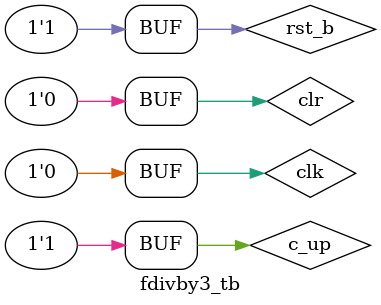
<source format=v>
module fdivby3 (
	input clk, rst_b, clr, c_up,
	output fdclk
);
	
	localparam S0 = 3'b000;
	localparam S1 = 3'b001;
	localparam S2 = 3'b010;

	reg [2:0] state;
	wire [2:0] state_nxt;

	always @(posedge clk or negedge rst_b) begin
		if (!rst_b) begin
			state <= S0;
			state[S0] <= 3'b001;
		end
		else
			state <= state_nxt;
	end

	assign state_nxt[S0] = (state[S0] & (~c_up | clr)) | (state[S1] & clr) | (state[S2] & (c_up | clr));
	assign state_nxt[S1] = (state[S1] & (~c_up & ~clr)) | (state[S0] & (c_up & ~clr));
	assign state_nxt[S2] = (state[S1] & (c_up & ~clr)) | (state[S2] & (~c_up & ~clr)); 
	
	assign fdclk = (state[S0] == 1);

endmodule

module fdivby3_tb;

	localparam CLK_PERIOD = 100;
	localparam CLK_CYCLES = 15;
	localparam RST_PULSE = 25;

	reg clk, rst_b, clr, c_up;
	wire fdclk;
	
	fdivby3 uut (
		.clk(clk),
		.rst_b(rst_b),
		.clr(clr),
		.c_up(c_up),
		.fdclk(fdclk)
	);

  	initial begin
		clk = 1'b0;
		repeat (2 * CLK_CYCLES) #(CLK_PERIOD/2) clk = ~clk;
	end	

	initial begin
		rst_b = 1'b0;
		#(RST_PULSE) rst_b = 1'b1;
	end


	initial begin
		clr = 1'b0;
		c_up = 1'b1;
		#(4 * CLK_PERIOD) clr = 1'b1;
		#(CLK_PERIOD) clr = 1'b0;
		#(CLK_PERIOD) c_up = 1'b0;
		#(CLK_PERIOD) c_up = 1'b1;
		#(4 * CLK_PERIOD) c_up = 1'b0;
		#(CLK_PERIOD) c_up = 1'b1;
  end
endmodule

</source>
